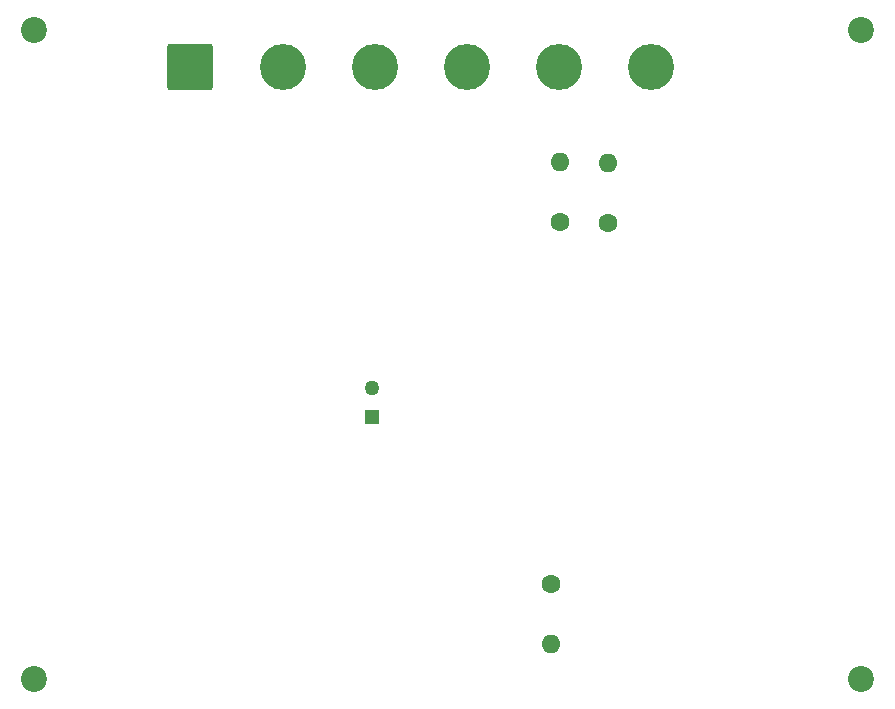
<source format=gbr>
%TF.GenerationSoftware,KiCad,Pcbnew,7.0.8*%
%TF.CreationDate,2024-02-23T11:16:18-06:00*%
%TF.ProjectId,LT4020_12_BatCharger,4c543430-3230-45f3-9132-5f4261744368,rev?*%
%TF.SameCoordinates,Original*%
%TF.FileFunction,Soldermask,Bot*%
%TF.FilePolarity,Negative*%
%FSLAX46Y46*%
G04 Gerber Fmt 4.6, Leading zero omitted, Abs format (unit mm)*
G04 Created by KiCad (PCBNEW 7.0.8) date 2024-02-23 11:16:18*
%MOMM*%
%LPD*%
G01*
G04 APERTURE LIST*
G04 Aperture macros list*
%AMRoundRect*
0 Rectangle with rounded corners*
0 $1 Rounding radius*
0 $2 $3 $4 $5 $6 $7 $8 $9 X,Y pos of 4 corners*
0 Add a 4 corners polygon primitive as box body*
4,1,4,$2,$3,$4,$5,$6,$7,$8,$9,$2,$3,0*
0 Add four circle primitives for the rounded corners*
1,1,$1+$1,$2,$3*
1,1,$1+$1,$4,$5*
1,1,$1+$1,$6,$7*
1,1,$1+$1,$8,$9*
0 Add four rect primitives between the rounded corners*
20,1,$1+$1,$2,$3,$4,$5,0*
20,1,$1+$1,$4,$5,$6,$7,0*
20,1,$1+$1,$6,$7,$8,$9,0*
20,1,$1+$1,$8,$9,$2,$3,0*%
G04 Aperture macros list end*
%ADD10C,2.200000*%
%ADD11RoundRect,0.250002X-1.699998X-1.699998X1.699998X-1.699998X1.699998X1.699998X-1.699998X1.699998X0*%
%ADD12C,3.900000*%
%ADD13R,1.275000X1.275000*%
%ADD14C,1.275000*%
%ADD15C,1.600000*%
%ADD16O,1.600000X1.600000*%
G04 APERTURE END LIST*
D10*
%TO.C,H1*%
X155000000Y-60000000D03*
%TD*%
D11*
%TO.C,J1*%
X168217600Y-63195200D03*
D12*
X176017600Y-63195200D03*
X183817600Y-63195200D03*
X191617600Y-63195200D03*
X199417600Y-63195200D03*
X207217600Y-63195200D03*
%TD*%
D10*
%TO.C,H2*%
X225000000Y-60000000D03*
%TD*%
D13*
%TO.C,C_pvin1*%
X183591200Y-92842400D03*
D14*
X183591200Y-90342400D03*
%TD*%
D10*
%TO.C,H3*%
X155000000Y-115000000D03*
%TD*%
D15*
%TO.C,R_FB1*%
X203555600Y-76358800D03*
D16*
X203555600Y-71278800D03*
%TD*%
D15*
%TO.C,R_VC1*%
X199491600Y-76308000D03*
D16*
X199491600Y-71228000D03*
%TD*%
D15*
%TO.C,R_FBMAX_2*%
X198755000Y-106927600D03*
D16*
X198755000Y-112007600D03*
%TD*%
D10*
%TO.C,H4*%
X225000000Y-115000000D03*
%TD*%
M02*

</source>
